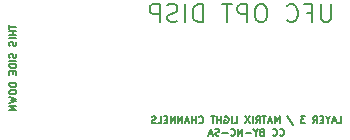
<source format=gbr>
G04 #@! TF.GenerationSoftware,KiCad,Pcbnew,(5.1.4)-1*
G04 #@! TF.CreationDate,2020-12-07T07:58:55-07:00*
G04 #@! TF.ProjectId,ufc_v4_opt_layer3,7566635f-7634-45f6-9f70-745f6c617965,rev?*
G04 #@! TF.SameCoordinates,Original*
G04 #@! TF.FileFunction,Legend,Bot*
G04 #@! TF.FilePolarity,Positive*
%FSLAX46Y46*%
G04 Gerber Fmt 4.6, Leading zero omitted, Abs format (unit mm)*
G04 Created by KiCad (PCBNEW (5.1.4)-1) date 2020-12-07 07:58:55*
%MOMM*%
%LPD*%
G04 APERTURE LIST*
%ADD10C,0.150000*%
G04 APERTURE END LIST*
D10*
X103203928Y-70134642D02*
X103203928Y-70477500D01*
X103803928Y-70306071D02*
X103203928Y-70306071D01*
X103803928Y-70677500D02*
X103203928Y-70677500D01*
X103489642Y-70677500D02*
X103489642Y-71020357D01*
X103803928Y-71020357D02*
X103203928Y-71020357D01*
X103803928Y-71306071D02*
X103203928Y-71306071D01*
X103775357Y-71563214D02*
X103803928Y-71648928D01*
X103803928Y-71791785D01*
X103775357Y-71848928D01*
X103746785Y-71877500D01*
X103689642Y-71906071D01*
X103632500Y-71906071D01*
X103575357Y-71877500D01*
X103546785Y-71848928D01*
X103518214Y-71791785D01*
X103489642Y-71677500D01*
X103461071Y-71620357D01*
X103432500Y-71591785D01*
X103375357Y-71563214D01*
X103318214Y-71563214D01*
X103261071Y-71591785D01*
X103232500Y-71620357D01*
X103203928Y-71677500D01*
X103203928Y-71820357D01*
X103232500Y-71906071D01*
X103775357Y-72591785D02*
X103803928Y-72677500D01*
X103803928Y-72820357D01*
X103775357Y-72877500D01*
X103746785Y-72906071D01*
X103689642Y-72934642D01*
X103632500Y-72934642D01*
X103575357Y-72906071D01*
X103546785Y-72877500D01*
X103518214Y-72820357D01*
X103489642Y-72706071D01*
X103461071Y-72648928D01*
X103432500Y-72620357D01*
X103375357Y-72591785D01*
X103318214Y-72591785D01*
X103261071Y-72620357D01*
X103232500Y-72648928D01*
X103203928Y-72706071D01*
X103203928Y-72848928D01*
X103232500Y-72934642D01*
X103803928Y-73191785D02*
X103203928Y-73191785D01*
X103803928Y-73477500D02*
X103203928Y-73477500D01*
X103203928Y-73620357D01*
X103232500Y-73706071D01*
X103289642Y-73763214D01*
X103346785Y-73791785D01*
X103461071Y-73820357D01*
X103546785Y-73820357D01*
X103661071Y-73791785D01*
X103718214Y-73763214D01*
X103775357Y-73706071D01*
X103803928Y-73620357D01*
X103803928Y-73477500D01*
X103489642Y-74077500D02*
X103489642Y-74277500D01*
X103803928Y-74363214D02*
X103803928Y-74077500D01*
X103203928Y-74077500D01*
X103203928Y-74363214D01*
X103803928Y-75077500D02*
X103203928Y-75077500D01*
X103203928Y-75220357D01*
X103232500Y-75306071D01*
X103289642Y-75363214D01*
X103346785Y-75391785D01*
X103461071Y-75420357D01*
X103546785Y-75420357D01*
X103661071Y-75391785D01*
X103718214Y-75363214D01*
X103775357Y-75306071D01*
X103803928Y-75220357D01*
X103803928Y-75077500D01*
X103203928Y-75791785D02*
X103203928Y-75906071D01*
X103232500Y-75963214D01*
X103289642Y-76020357D01*
X103403928Y-76048928D01*
X103603928Y-76048928D01*
X103718214Y-76020357D01*
X103775357Y-75963214D01*
X103803928Y-75906071D01*
X103803928Y-75791785D01*
X103775357Y-75734642D01*
X103718214Y-75677500D01*
X103603928Y-75648928D01*
X103403928Y-75648928D01*
X103289642Y-75677500D01*
X103232500Y-75734642D01*
X103203928Y-75791785D01*
X103203928Y-76248928D02*
X103803928Y-76391785D01*
X103375357Y-76506071D01*
X103803928Y-76620357D01*
X103203928Y-76763214D01*
X103803928Y-76991785D02*
X103203928Y-76991785D01*
X103803928Y-77334642D01*
X103203928Y-77334642D01*
X131029571Y-78494428D02*
X131315285Y-78494428D01*
X131315285Y-77894428D01*
X130858142Y-78323000D02*
X130572428Y-78323000D01*
X130915285Y-78494428D02*
X130715285Y-77894428D01*
X130515285Y-78494428D01*
X130201000Y-78208714D02*
X130201000Y-78494428D01*
X130401000Y-77894428D02*
X130201000Y-78208714D01*
X130001000Y-77894428D01*
X129801000Y-78180142D02*
X129601000Y-78180142D01*
X129515285Y-78494428D02*
X129801000Y-78494428D01*
X129801000Y-77894428D01*
X129515285Y-77894428D01*
X128915285Y-78494428D02*
X129115285Y-78208714D01*
X129258142Y-78494428D02*
X129258142Y-77894428D01*
X129029571Y-77894428D01*
X128972428Y-77923000D01*
X128943857Y-77951571D01*
X128915285Y-78008714D01*
X128915285Y-78094428D01*
X128943857Y-78151571D01*
X128972428Y-78180142D01*
X129029571Y-78208714D01*
X129258142Y-78208714D01*
X128258142Y-77894428D02*
X127886714Y-77894428D01*
X128086714Y-78123000D01*
X128001000Y-78123000D01*
X127943857Y-78151571D01*
X127915285Y-78180142D01*
X127886714Y-78237285D01*
X127886714Y-78380142D01*
X127915285Y-78437285D01*
X127943857Y-78465857D01*
X128001000Y-78494428D01*
X128172428Y-78494428D01*
X128229571Y-78465857D01*
X128258142Y-78437285D01*
X126743857Y-77865857D02*
X127258142Y-78637285D01*
X126086714Y-78494428D02*
X126086714Y-77894428D01*
X125886714Y-78323000D01*
X125686714Y-77894428D01*
X125686714Y-78494428D01*
X125429571Y-78323000D02*
X125143857Y-78323000D01*
X125486714Y-78494428D02*
X125286714Y-77894428D01*
X125086714Y-78494428D01*
X124972428Y-77894428D02*
X124629571Y-77894428D01*
X124801000Y-78494428D02*
X124801000Y-77894428D01*
X124086714Y-78494428D02*
X124286714Y-78208714D01*
X124429571Y-78494428D02*
X124429571Y-77894428D01*
X124201000Y-77894428D01*
X124143857Y-77923000D01*
X124115285Y-77951571D01*
X124086714Y-78008714D01*
X124086714Y-78094428D01*
X124115285Y-78151571D01*
X124143857Y-78180142D01*
X124201000Y-78208714D01*
X124429571Y-78208714D01*
X123829571Y-78494428D02*
X123829571Y-77894428D01*
X123601000Y-77894428D02*
X123201000Y-78494428D01*
X123201000Y-77894428D02*
X123601000Y-78494428D01*
X122229571Y-78494428D02*
X122515285Y-78494428D01*
X122515285Y-77894428D01*
X122029571Y-78494428D02*
X122029571Y-77894428D01*
X121429571Y-77923000D02*
X121486714Y-77894428D01*
X121572428Y-77894428D01*
X121658142Y-77923000D01*
X121715285Y-77980142D01*
X121743857Y-78037285D01*
X121772428Y-78151571D01*
X121772428Y-78237285D01*
X121743857Y-78351571D01*
X121715285Y-78408714D01*
X121658142Y-78465857D01*
X121572428Y-78494428D01*
X121515285Y-78494428D01*
X121429571Y-78465857D01*
X121401000Y-78437285D01*
X121401000Y-78237285D01*
X121515285Y-78237285D01*
X121143857Y-78494428D02*
X121143857Y-77894428D01*
X121143857Y-78180142D02*
X120801000Y-78180142D01*
X120801000Y-78494428D02*
X120801000Y-77894428D01*
X120601000Y-77894428D02*
X120258142Y-77894428D01*
X120429571Y-78494428D02*
X120429571Y-77894428D01*
X119258142Y-78437285D02*
X119286714Y-78465857D01*
X119372428Y-78494428D01*
X119429571Y-78494428D01*
X119515285Y-78465857D01*
X119572428Y-78408714D01*
X119601000Y-78351571D01*
X119629571Y-78237285D01*
X119629571Y-78151571D01*
X119601000Y-78037285D01*
X119572428Y-77980142D01*
X119515285Y-77923000D01*
X119429571Y-77894428D01*
X119372428Y-77894428D01*
X119286714Y-77923000D01*
X119258142Y-77951571D01*
X119001000Y-78494428D02*
X119001000Y-77894428D01*
X119001000Y-78180142D02*
X118658142Y-78180142D01*
X118658142Y-78494428D02*
X118658142Y-77894428D01*
X118401000Y-78323000D02*
X118115285Y-78323000D01*
X118458142Y-78494428D02*
X118258142Y-77894428D01*
X118058142Y-78494428D01*
X117858142Y-78494428D02*
X117858142Y-77894428D01*
X117515285Y-78494428D01*
X117515285Y-77894428D01*
X117229571Y-78494428D02*
X117229571Y-77894428D01*
X116886714Y-78494428D01*
X116886714Y-77894428D01*
X116601000Y-78180142D02*
X116401000Y-78180142D01*
X116315285Y-78494428D02*
X116601000Y-78494428D01*
X116601000Y-77894428D01*
X116315285Y-77894428D01*
X115772428Y-78494428D02*
X116058142Y-78494428D01*
X116058142Y-77894428D01*
X115601000Y-78465857D02*
X115515285Y-78494428D01*
X115372428Y-78494428D01*
X115315285Y-78465857D01*
X115286714Y-78437285D01*
X115258142Y-78380142D01*
X115258142Y-78323000D01*
X115286714Y-78265857D01*
X115315285Y-78237285D01*
X115372428Y-78208714D01*
X115486714Y-78180142D01*
X115543857Y-78151571D01*
X115572428Y-78123000D01*
X115601000Y-78065857D01*
X115601000Y-78008714D01*
X115572428Y-77951571D01*
X115543857Y-77923000D01*
X115486714Y-77894428D01*
X115343857Y-77894428D01*
X115258142Y-77923000D01*
X126101000Y-79487285D02*
X126129571Y-79515857D01*
X126215285Y-79544428D01*
X126272428Y-79544428D01*
X126358142Y-79515857D01*
X126415285Y-79458714D01*
X126443857Y-79401571D01*
X126472428Y-79287285D01*
X126472428Y-79201571D01*
X126443857Y-79087285D01*
X126415285Y-79030142D01*
X126358142Y-78973000D01*
X126272428Y-78944428D01*
X126215285Y-78944428D01*
X126129571Y-78973000D01*
X126101000Y-79001571D01*
X125501000Y-79487285D02*
X125529571Y-79515857D01*
X125615285Y-79544428D01*
X125672428Y-79544428D01*
X125758142Y-79515857D01*
X125815285Y-79458714D01*
X125843857Y-79401571D01*
X125872428Y-79287285D01*
X125872428Y-79201571D01*
X125843857Y-79087285D01*
X125815285Y-79030142D01*
X125758142Y-78973000D01*
X125672428Y-78944428D01*
X125615285Y-78944428D01*
X125529571Y-78973000D01*
X125501000Y-79001571D01*
X124586714Y-79230142D02*
X124501000Y-79258714D01*
X124472428Y-79287285D01*
X124443857Y-79344428D01*
X124443857Y-79430142D01*
X124472428Y-79487285D01*
X124501000Y-79515857D01*
X124558142Y-79544428D01*
X124786714Y-79544428D01*
X124786714Y-78944428D01*
X124586714Y-78944428D01*
X124529571Y-78973000D01*
X124501000Y-79001571D01*
X124472428Y-79058714D01*
X124472428Y-79115857D01*
X124501000Y-79173000D01*
X124529571Y-79201571D01*
X124586714Y-79230142D01*
X124786714Y-79230142D01*
X124072428Y-79258714D02*
X124072428Y-79544428D01*
X124272428Y-78944428D02*
X124072428Y-79258714D01*
X123872428Y-78944428D01*
X123672428Y-79315857D02*
X123215285Y-79315857D01*
X122929571Y-79544428D02*
X122929571Y-78944428D01*
X122586714Y-79544428D01*
X122586714Y-78944428D01*
X121958142Y-79487285D02*
X121986714Y-79515857D01*
X122072428Y-79544428D01*
X122129571Y-79544428D01*
X122215285Y-79515857D01*
X122272428Y-79458714D01*
X122301000Y-79401571D01*
X122329571Y-79287285D01*
X122329571Y-79201571D01*
X122301000Y-79087285D01*
X122272428Y-79030142D01*
X122215285Y-78973000D01*
X122129571Y-78944428D01*
X122072428Y-78944428D01*
X121986714Y-78973000D01*
X121958142Y-79001571D01*
X121701000Y-79315857D02*
X121243857Y-79315857D01*
X120986714Y-79515857D02*
X120901000Y-79544428D01*
X120758142Y-79544428D01*
X120701000Y-79515857D01*
X120672428Y-79487285D01*
X120643857Y-79430142D01*
X120643857Y-79373000D01*
X120672428Y-79315857D01*
X120701000Y-79287285D01*
X120758142Y-79258714D01*
X120872428Y-79230142D01*
X120929571Y-79201571D01*
X120958142Y-79173000D01*
X120986714Y-79115857D01*
X120986714Y-79058714D01*
X120958142Y-79001571D01*
X120929571Y-78973000D01*
X120872428Y-78944428D01*
X120729571Y-78944428D01*
X120643857Y-78973000D01*
X120415285Y-79373000D02*
X120129571Y-79373000D01*
X120472428Y-79544428D02*
X120272428Y-78944428D01*
X120072428Y-79544428D01*
X130443857Y-68426571D02*
X130443857Y-69640857D01*
X130372428Y-69783714D01*
X130301000Y-69855142D01*
X130158142Y-69926571D01*
X129872428Y-69926571D01*
X129729571Y-69855142D01*
X129658142Y-69783714D01*
X129586714Y-69640857D01*
X129586714Y-68426571D01*
X128372428Y-69140857D02*
X128872428Y-69140857D01*
X128872428Y-69926571D02*
X128872428Y-68426571D01*
X128158142Y-68426571D01*
X126729571Y-69783714D02*
X126801000Y-69855142D01*
X127015285Y-69926571D01*
X127158142Y-69926571D01*
X127372428Y-69855142D01*
X127515285Y-69712285D01*
X127586714Y-69569428D01*
X127658142Y-69283714D01*
X127658142Y-69069428D01*
X127586714Y-68783714D01*
X127515285Y-68640857D01*
X127372428Y-68498000D01*
X127158142Y-68426571D01*
X127015285Y-68426571D01*
X126801000Y-68498000D01*
X126729571Y-68569428D01*
X124658142Y-68426571D02*
X124372428Y-68426571D01*
X124229571Y-68498000D01*
X124086714Y-68640857D01*
X124015285Y-68926571D01*
X124015285Y-69426571D01*
X124086714Y-69712285D01*
X124229571Y-69855142D01*
X124372428Y-69926571D01*
X124658142Y-69926571D01*
X124801000Y-69855142D01*
X124943857Y-69712285D01*
X125015285Y-69426571D01*
X125015285Y-68926571D01*
X124943857Y-68640857D01*
X124801000Y-68498000D01*
X124658142Y-68426571D01*
X123372428Y-69926571D02*
X123372428Y-68426571D01*
X122801000Y-68426571D01*
X122658142Y-68498000D01*
X122586714Y-68569428D01*
X122515285Y-68712285D01*
X122515285Y-68926571D01*
X122586714Y-69069428D01*
X122658142Y-69140857D01*
X122801000Y-69212285D01*
X123372428Y-69212285D01*
X122086714Y-68426571D02*
X121229571Y-68426571D01*
X121658142Y-69926571D02*
X121658142Y-68426571D01*
X119586714Y-69926571D02*
X119586714Y-68426571D01*
X119229571Y-68426571D01*
X119015285Y-68498000D01*
X118872428Y-68640857D01*
X118801000Y-68783714D01*
X118729571Y-69069428D01*
X118729571Y-69283714D01*
X118801000Y-69569428D01*
X118872428Y-69712285D01*
X119015285Y-69855142D01*
X119229571Y-69926571D01*
X119586714Y-69926571D01*
X118086714Y-69926571D02*
X118086714Y-68426571D01*
X117443857Y-69855142D02*
X117229571Y-69926571D01*
X116872428Y-69926571D01*
X116729571Y-69855142D01*
X116658142Y-69783714D01*
X116586714Y-69640857D01*
X116586714Y-69498000D01*
X116658142Y-69355142D01*
X116729571Y-69283714D01*
X116872428Y-69212285D01*
X117158142Y-69140857D01*
X117301000Y-69069428D01*
X117372428Y-68998000D01*
X117443857Y-68855142D01*
X117443857Y-68712285D01*
X117372428Y-68569428D01*
X117301000Y-68498000D01*
X117158142Y-68426571D01*
X116801000Y-68426571D01*
X116586714Y-68498000D01*
X115943857Y-69926571D02*
X115943857Y-68426571D01*
X115372428Y-68426571D01*
X115229571Y-68498000D01*
X115158142Y-68569428D01*
X115086714Y-68712285D01*
X115086714Y-68926571D01*
X115158142Y-69069428D01*
X115229571Y-69140857D01*
X115372428Y-69212285D01*
X115943857Y-69212285D01*
M02*

</source>
